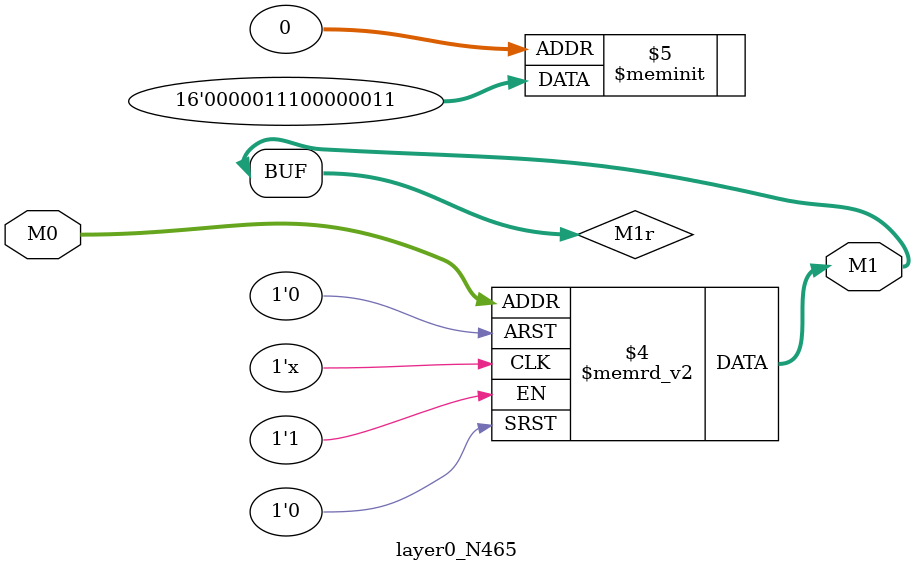
<source format=v>
module layer0_N465 ( input [2:0] M0, output [1:0] M1 );

	(*rom_style = "distributed" *) reg [1:0] M1r;
	assign M1 = M1r;
	always @ (M0) begin
		case (M0)
			3'b000: M1r = 2'b11;
			3'b100: M1r = 2'b11;
			3'b010: M1r = 2'b00;
			3'b110: M1r = 2'b00;
			3'b001: M1r = 2'b00;
			3'b101: M1r = 2'b01;
			3'b011: M1r = 2'b00;
			3'b111: M1r = 2'b00;

		endcase
	end
endmodule

</source>
